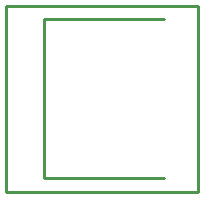
<source format=gbr>
G04 start of page 8 for group -4079 idx -4079 *
G04 Title: (unknown), topsilk *
G04 Creator: pcb 20110918 *
G04 CreationDate: Mon 25 Mar 2013 03:10:27 AM GMT UTC *
G04 For: railfan *
G04 Format: Gerber/RS-274X *
G04 PCB-Dimensions: 65000 63000 *
G04 PCB-Coordinate-Origin: lower left *
%MOIN*%
%FSLAX25Y25*%
%LNTOPSILK*%
%ADD37C,0.0100*%
G54D37*X500Y62500D02*X64500D01*
Y500D01*
X500D01*
Y62500D01*
Y34000D01*
X13000Y58000D02*X53000D01*
X13000Y5000D02*X53000D01*
X13000Y58000D02*Y5000D01*
M02*

</source>
